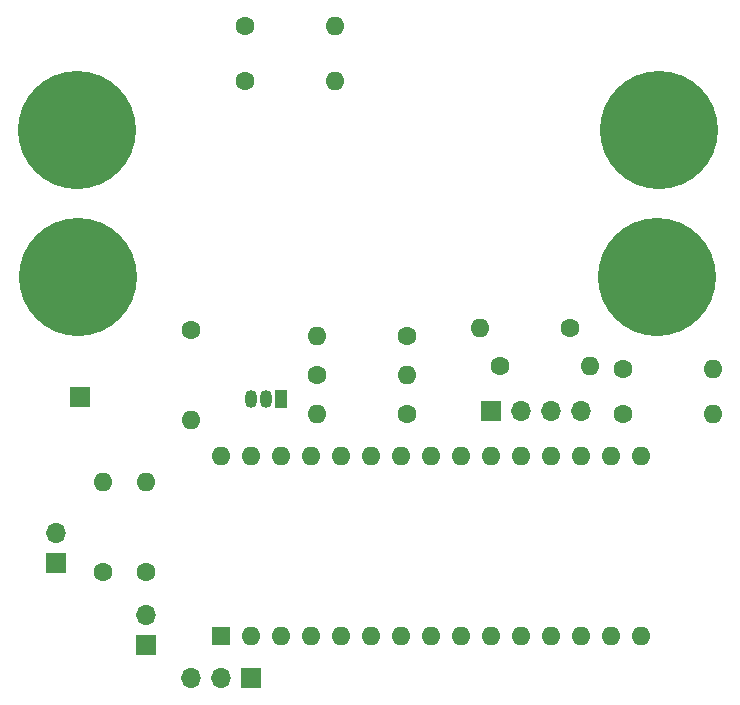
<source format=gbr>
%TF.GenerationSoftware,KiCad,Pcbnew,8.0.5*%
%TF.CreationDate,2024-12-03T18:06:50+01:00*%
%TF.ProjectId,Controller 1.4,436f6e74-726f-46c6-9c65-7220312e342e,rev?*%
%TF.SameCoordinates,Original*%
%TF.FileFunction,Soldermask,Bot*%
%TF.FilePolarity,Negative*%
%FSLAX46Y46*%
G04 Gerber Fmt 4.6, Leading zero omitted, Abs format (unit mm)*
G04 Created by KiCad (PCBNEW 8.0.5) date 2024-12-03 18:06:50*
%MOMM*%
%LPD*%
G01*
G04 APERTURE LIST*
%ADD10C,5.400000*%
%ADD11C,10.000000*%
%ADD12C,1.600000*%
%ADD13O,1.600000X1.600000*%
%ADD14R,1.700000X1.700000*%
%ADD15O,1.700000X1.700000*%
%ADD16R,1.050000X1.500000*%
%ADD17O,1.050000X1.500000*%
%ADD18R,1.600000X1.600000*%
G04 APERTURE END LIST*
D10*
%TO.C,H4*%
X111238000Y-50831142D03*
D11*
X111238000Y-50831142D03*
%TD*%
D12*
%TO.C,R6*%
X147066000Y-70866000D03*
D13*
X154686000Y-70866000D03*
%TD*%
D14*
%TO.C,J4*%
X117094000Y-94493000D03*
D15*
X117094000Y-91953000D03*
%TD*%
D10*
%TO.C,H2*%
X160514000Y-50831142D03*
D11*
X160514000Y-50831142D03*
%TD*%
D12*
%TO.C,R9*%
X131572000Y-71628000D03*
D13*
X139192000Y-71628000D03*
%TD*%
D16*
%TO.C,Q2*%
X128524000Y-73660000D03*
D17*
X127253999Y-73660000D03*
X125984000Y-73660000D03*
%TD*%
D12*
%TO.C,R4*%
X157480000Y-71120000D03*
D13*
X165100000Y-71120000D03*
%TD*%
D14*
%TO.C,J1*%
X146304001Y-74676000D03*
D15*
X148844001Y-74676000D03*
X151384000Y-74676000D03*
X153924001Y-74676000D03*
%TD*%
D14*
%TO.C,J3*%
X109500000Y-87525000D03*
D15*
X109500000Y-84985000D03*
%TD*%
D14*
%TO.C,J1-1*%
X125983999Y-97282000D03*
D15*
X123443999Y-97282000D03*
X120904000Y-97282000D03*
%TD*%
D12*
%TO.C,R8*%
X139192000Y-74930000D03*
D13*
X131572000Y-74930000D03*
%TD*%
D12*
%TO.C,R3*%
X125466000Y-42101142D03*
D13*
X133086000Y-42101142D03*
%TD*%
D12*
%TO.C,R13*%
X117094000Y-88275000D03*
D13*
X117094000Y-80655000D03*
%TD*%
D12*
%TO.C,R11*%
X139192000Y-68326000D03*
D13*
X131572000Y-68326000D03*
%TD*%
D12*
%TO.C,R7*%
X153010000Y-67600000D03*
D13*
X145390000Y-67600000D03*
%TD*%
D14*
%TO.C,J2*%
X111500000Y-73500000D03*
%TD*%
D12*
%TO.C,R12*%
X113500000Y-88275000D03*
D13*
X113500000Y-80655000D03*
%TD*%
D10*
%TO.C,H3*%
X111322000Y-63300000D03*
D11*
X111322000Y-63300000D03*
%TD*%
D12*
%TO.C,R2*%
X125476000Y-46701142D03*
D13*
X133096000Y-46701142D03*
%TD*%
D10*
%TO.C,H1*%
X160344000Y-63300000D03*
D11*
X160344000Y-63300000D03*
%TD*%
D12*
%TO.C,R1*%
X157480000Y-74930000D03*
D13*
X165100000Y-74930000D03*
%TD*%
D18*
%TO.C,A1*%
X123444001Y-93726000D03*
D13*
X125984001Y-93726000D03*
X128524000Y-93726000D03*
X131064001Y-93726000D03*
X133604001Y-93726000D03*
X136144001Y-93726000D03*
X138684001Y-93726000D03*
X141224002Y-93726000D03*
X143764001Y-93726000D03*
X146304001Y-93726000D03*
X148844001Y-93726000D03*
X151384000Y-93726000D03*
X153924001Y-93726000D03*
X156464001Y-93726000D03*
X159004001Y-93726000D03*
X159004001Y-78486000D03*
X156464001Y-78486000D03*
X153924001Y-78486000D03*
X151384001Y-78486000D03*
X148844001Y-78486000D03*
X146304001Y-78486000D03*
X143764001Y-78486000D03*
X141224001Y-78486000D03*
X138684001Y-78486000D03*
X136144001Y-78486000D03*
X133604001Y-78486000D03*
X131064001Y-78486000D03*
X128524001Y-78486000D03*
X125984001Y-78486000D03*
X123444001Y-78486000D03*
%TD*%
D12*
%TO.C,R10*%
X120904000Y-67818000D03*
D13*
X120904000Y-75438000D03*
%TD*%
M02*

</source>
